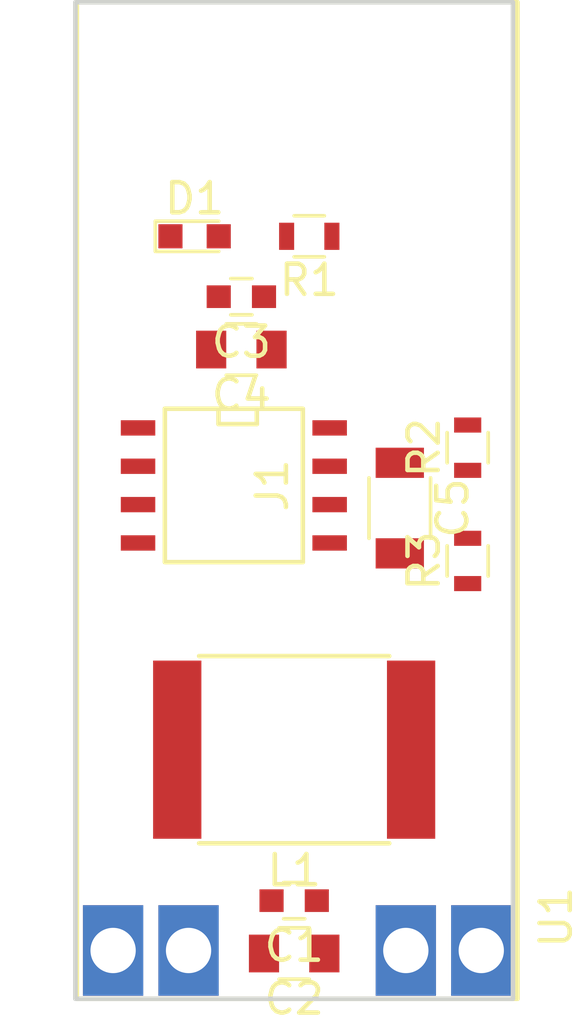
<source format=kicad_pcb>
(kicad_pcb (version 4) (host pcbnew 4.0.6)

  (general
    (links 23)
    (no_connects 23)
    (area 141.174999 88.674999 155.825001 121.825001)
    (thickness 1.6)
    (drawings 4)
    (tracks 0)
    (zones 0)
    (modules 12)
    (nets 10)
  )

  (page A4)
  (layers
    (0 F.Cu signal)
    (31 B.Cu signal)
    (32 B.Adhes user)
    (33 F.Adhes user)
    (34 B.Paste user)
    (35 F.Paste user)
    (36 B.SilkS user)
    (37 F.SilkS user)
    (38 B.Mask user)
    (39 F.Mask user)
    (40 Dwgs.User user)
    (41 Cmts.User user)
    (42 Eco1.User user)
    (43 Eco2.User user)
    (44 Edge.Cuts user)
    (45 Margin user)
    (46 B.CrtYd user)
    (47 F.CrtYd user)
    (48 B.Fab user)
    (49 F.Fab user)
  )

  (setup
    (last_trace_width 0.25)
    (trace_clearance 0.2)
    (zone_clearance 0.508)
    (zone_45_only no)
    (trace_min 0.2)
    (segment_width 0.2)
    (edge_width 0.15)
    (via_size 0.6)
    (via_drill 0.4)
    (via_min_size 0.4)
    (via_min_drill 0.3)
    (uvia_size 0.3)
    (uvia_drill 0.1)
    (uvias_allowed no)
    (uvia_min_size 0.2)
    (uvia_min_drill 0.1)
    (pcb_text_width 0.3)
    (pcb_text_size 1.5 1.5)
    (mod_edge_width 0.15)
    (mod_text_size 1 1)
    (mod_text_width 0.15)
    (pad_size 3 2)
    (pad_drill 1.5)
    (pad_to_mask_clearance 0.2)
    (aux_axis_origin 0 0)
    (visible_elements 7FFFFFFF)
    (pcbplotparams
      (layerselection 0x00030_80000001)
      (usegerberextensions false)
      (excludeedgelayer true)
      (linewidth 0.200000)
      (plotframeref false)
      (viasonmask false)
      (mode 1)
      (useauxorigin false)
      (hpglpennumber 1)
      (hpglpenspeed 20)
      (hpglpendiameter 15)
      (hpglpenoverlay 2)
      (psnegative false)
      (psa4output false)
      (plotreference true)
      (plotvalue true)
      (plotinvisibletext false)
      (padsonsilk false)
      (subtractmaskfromsilk false)
      (outputformat 1)
      (mirror false)
      (drillshape 1)
      (scaleselection 1)
      (outputdirectory ""))
  )

  (net 0 "")
  (net 1 VSS)
  (net 2 GND)
  (net 3 +5V)
  (net 4 "Net-(C5-Pad1)")
  (net 5 "Net-(C5-Pad2)")
  (net 6 "Net-(D1-Pad2)")
  (net 7 "Net-(J1-Pad6)")
  (net 8 "Net-(J1-Pad3)")
  (net 9 "Net-(J1-Pad1)")

  (net_class Default "This is the default net class."
    (clearance 0.2)
    (trace_width 0.25)
    (via_dia 0.6)
    (via_drill 0.4)
    (uvia_dia 0.3)
    (uvia_drill 0.1)
    (add_net +5V)
    (add_net GND)
    (add_net "Net-(C5-Pad1)")
    (add_net "Net-(C5-Pad2)")
    (add_net "Net-(D1-Pad2)")
    (add_net "Net-(J1-Pad1)")
    (add_net "Net-(J1-Pad3)")
    (add_net "Net-(J1-Pad6)")
    (add_net VSS)
  )

  (module Capacitors_SMD:C_0603 (layer F.Cu) (tedit 58AA844E) (tstamp 5939F93E)
    (at 148.5 118.5 180)
    (descr "Capacitor SMD 0603, reflow soldering, AVX (see smccp.pdf)")
    (tags "capacitor 0603")
    (path /5939F856)
    (attr smd)
    (fp_text reference C1 (at 0 -1.5 180) (layer F.SilkS)
      (effects (font (size 1 1) (thickness 0.15)))
    )
    (fp_text value C (at 0 1.5 180) (layer F.Fab)
      (effects (font (size 1 1) (thickness 0.15)))
    )
    (fp_text user %R (at 0 -1.5 180) (layer F.Fab)
      (effects (font (size 1 1) (thickness 0.15)))
    )
    (fp_line (start -0.8 0.4) (end -0.8 -0.4) (layer F.Fab) (width 0.1))
    (fp_line (start 0.8 0.4) (end -0.8 0.4) (layer F.Fab) (width 0.1))
    (fp_line (start 0.8 -0.4) (end 0.8 0.4) (layer F.Fab) (width 0.1))
    (fp_line (start -0.8 -0.4) (end 0.8 -0.4) (layer F.Fab) (width 0.1))
    (fp_line (start -0.35 -0.6) (end 0.35 -0.6) (layer F.SilkS) (width 0.12))
    (fp_line (start 0.35 0.6) (end -0.35 0.6) (layer F.SilkS) (width 0.12))
    (fp_line (start -1.4 -0.65) (end 1.4 -0.65) (layer F.CrtYd) (width 0.05))
    (fp_line (start -1.4 -0.65) (end -1.4 0.65) (layer F.CrtYd) (width 0.05))
    (fp_line (start 1.4 0.65) (end 1.4 -0.65) (layer F.CrtYd) (width 0.05))
    (fp_line (start 1.4 0.65) (end -1.4 0.65) (layer F.CrtYd) (width 0.05))
    (pad 1 smd rect (at -0.75 0 180) (size 0.8 0.75) (layers F.Cu F.Paste F.Mask)
      (net 1 VSS))
    (pad 2 smd rect (at 0.75 0 180) (size 0.8 0.75) (layers F.Cu F.Paste F.Mask)
      (net 2 GND))
    (model Capacitors_SMD.3dshapes/C_0603.wrl
      (at (xyz 0 0 0))
      (scale (xyz 1 1 1))
      (rotate (xyz 0 0 0))
    )
  )

  (module Capacitors_SMD:C_0805 (layer F.Cu) (tedit 58AA8463) (tstamp 5939F944)
    (at 148.5 120.25 180)
    (descr "Capacitor SMD 0805, reflow soldering, AVX (see smccp.pdf)")
    (tags "capacitor 0805")
    (path /5939F82A)
    (attr smd)
    (fp_text reference C2 (at 0 -1.5 180) (layer F.SilkS)
      (effects (font (size 1 1) (thickness 0.15)))
    )
    (fp_text value C (at 0 1.75 180) (layer F.Fab)
      (effects (font (size 1 1) (thickness 0.15)))
    )
    (fp_text user %R (at 0 -1.5 180) (layer F.Fab)
      (effects (font (size 1 1) (thickness 0.15)))
    )
    (fp_line (start -1 0.62) (end -1 -0.62) (layer F.Fab) (width 0.1))
    (fp_line (start 1 0.62) (end -1 0.62) (layer F.Fab) (width 0.1))
    (fp_line (start 1 -0.62) (end 1 0.62) (layer F.Fab) (width 0.1))
    (fp_line (start -1 -0.62) (end 1 -0.62) (layer F.Fab) (width 0.1))
    (fp_line (start 0.5 -0.85) (end -0.5 -0.85) (layer F.SilkS) (width 0.12))
    (fp_line (start -0.5 0.85) (end 0.5 0.85) (layer F.SilkS) (width 0.12))
    (fp_line (start -1.75 -0.88) (end 1.75 -0.88) (layer F.CrtYd) (width 0.05))
    (fp_line (start -1.75 -0.88) (end -1.75 0.87) (layer F.CrtYd) (width 0.05))
    (fp_line (start 1.75 0.87) (end 1.75 -0.88) (layer F.CrtYd) (width 0.05))
    (fp_line (start 1.75 0.87) (end -1.75 0.87) (layer F.CrtYd) (width 0.05))
    (pad 1 smd rect (at -1 0 180) (size 1 1.25) (layers F.Cu F.Paste F.Mask)
      (net 1 VSS))
    (pad 2 smd rect (at 1 0 180) (size 1 1.25) (layers F.Cu F.Paste F.Mask)
      (net 2 GND))
    (model Capacitors_SMD.3dshapes/C_0805.wrl
      (at (xyz 0 0 0))
      (scale (xyz 1 1 1))
      (rotate (xyz 0 0 0))
    )
  )

  (module Capacitors_SMD:C_0603 (layer F.Cu) (tedit 58AA844E) (tstamp 5939F94A)
    (at 146.75 98.5 180)
    (descr "Capacitor SMD 0603, reflow soldering, AVX (see smccp.pdf)")
    (tags "capacitor 0603")
    (path /5939F7C4)
    (attr smd)
    (fp_text reference C3 (at 0 -1.5 180) (layer F.SilkS)
      (effects (font (size 1 1) (thickness 0.15)))
    )
    (fp_text value C (at 0 1.5 180) (layer F.Fab)
      (effects (font (size 1 1) (thickness 0.15)))
    )
    (fp_text user %R (at 0 -1.5 180) (layer F.Fab)
      (effects (font (size 1 1) (thickness 0.15)))
    )
    (fp_line (start -0.8 0.4) (end -0.8 -0.4) (layer F.Fab) (width 0.1))
    (fp_line (start 0.8 0.4) (end -0.8 0.4) (layer F.Fab) (width 0.1))
    (fp_line (start 0.8 -0.4) (end 0.8 0.4) (layer F.Fab) (width 0.1))
    (fp_line (start -0.8 -0.4) (end 0.8 -0.4) (layer F.Fab) (width 0.1))
    (fp_line (start -0.35 -0.6) (end 0.35 -0.6) (layer F.SilkS) (width 0.12))
    (fp_line (start 0.35 0.6) (end -0.35 0.6) (layer F.SilkS) (width 0.12))
    (fp_line (start -1.4 -0.65) (end 1.4 -0.65) (layer F.CrtYd) (width 0.05))
    (fp_line (start -1.4 -0.65) (end -1.4 0.65) (layer F.CrtYd) (width 0.05))
    (fp_line (start 1.4 0.65) (end 1.4 -0.65) (layer F.CrtYd) (width 0.05))
    (fp_line (start 1.4 0.65) (end -1.4 0.65) (layer F.CrtYd) (width 0.05))
    (pad 1 smd rect (at -0.75 0 180) (size 0.8 0.75) (layers F.Cu F.Paste F.Mask)
      (net 3 +5V))
    (pad 2 smd rect (at 0.75 0 180) (size 0.8 0.75) (layers F.Cu F.Paste F.Mask)
      (net 2 GND))
    (model Capacitors_SMD.3dshapes/C_0603.wrl
      (at (xyz 0 0 0))
      (scale (xyz 1 1 1))
      (rotate (xyz 0 0 0))
    )
  )

  (module Capacitors_SMD:C_0805 (layer F.Cu) (tedit 58AA8463) (tstamp 5939F950)
    (at 146.75 100.25 180)
    (descr "Capacitor SMD 0805, reflow soldering, AVX (see smccp.pdf)")
    (tags "capacitor 0805")
    (path /5939F79B)
    (attr smd)
    (fp_text reference C4 (at 0 -1.5 180) (layer F.SilkS)
      (effects (font (size 1 1) (thickness 0.15)))
    )
    (fp_text value C (at 0 1.75 180) (layer F.Fab)
      (effects (font (size 1 1) (thickness 0.15)))
    )
    (fp_text user %R (at 0 -1.5 180) (layer F.Fab)
      (effects (font (size 1 1) (thickness 0.15)))
    )
    (fp_line (start -1 0.62) (end -1 -0.62) (layer F.Fab) (width 0.1))
    (fp_line (start 1 0.62) (end -1 0.62) (layer F.Fab) (width 0.1))
    (fp_line (start 1 -0.62) (end 1 0.62) (layer F.Fab) (width 0.1))
    (fp_line (start -1 -0.62) (end 1 -0.62) (layer F.Fab) (width 0.1))
    (fp_line (start 0.5 -0.85) (end -0.5 -0.85) (layer F.SilkS) (width 0.12))
    (fp_line (start -0.5 0.85) (end 0.5 0.85) (layer F.SilkS) (width 0.12))
    (fp_line (start -1.75 -0.88) (end 1.75 -0.88) (layer F.CrtYd) (width 0.05))
    (fp_line (start -1.75 -0.88) (end -1.75 0.87) (layer F.CrtYd) (width 0.05))
    (fp_line (start 1.75 0.87) (end 1.75 -0.88) (layer F.CrtYd) (width 0.05))
    (fp_line (start 1.75 0.87) (end -1.75 0.87) (layer F.CrtYd) (width 0.05))
    (pad 1 smd rect (at -1 0 180) (size 1 1.25) (layers F.Cu F.Paste F.Mask)
      (net 3 +5V))
    (pad 2 smd rect (at 1 0 180) (size 1 1.25) (layers F.Cu F.Paste F.Mask)
      (net 2 GND))
    (model Capacitors_SMD.3dshapes/C_0805.wrl
      (at (xyz 0 0 0))
      (scale (xyz 1 1 1))
      (rotate (xyz 0 0 0))
    )
  )

  (module Capacitors_SMD:C_1206 (layer F.Cu) (tedit 58AA84B8) (tstamp 5939F956)
    (at 152 105.5 270)
    (descr "Capacitor SMD 1206, reflow soldering, AVX (see smccp.pdf)")
    (tags "capacitor 1206")
    (path /5939F776)
    (attr smd)
    (fp_text reference C5 (at 0 -1.75 270) (layer F.SilkS)
      (effects (font (size 1 1) (thickness 0.15)))
    )
    (fp_text value C (at 0 2 270) (layer F.Fab)
      (effects (font (size 1 1) (thickness 0.15)))
    )
    (fp_text user %R (at 0 -1.75 270) (layer F.Fab)
      (effects (font (size 1 1) (thickness 0.15)))
    )
    (fp_line (start -1.6 0.8) (end -1.6 -0.8) (layer F.Fab) (width 0.1))
    (fp_line (start 1.6 0.8) (end -1.6 0.8) (layer F.Fab) (width 0.1))
    (fp_line (start 1.6 -0.8) (end 1.6 0.8) (layer F.Fab) (width 0.1))
    (fp_line (start -1.6 -0.8) (end 1.6 -0.8) (layer F.Fab) (width 0.1))
    (fp_line (start 1 -1.02) (end -1 -1.02) (layer F.SilkS) (width 0.12))
    (fp_line (start -1 1.02) (end 1 1.02) (layer F.SilkS) (width 0.12))
    (fp_line (start -2.25 -1.05) (end 2.25 -1.05) (layer F.CrtYd) (width 0.05))
    (fp_line (start -2.25 -1.05) (end -2.25 1.05) (layer F.CrtYd) (width 0.05))
    (fp_line (start 2.25 1.05) (end 2.25 -1.05) (layer F.CrtYd) (width 0.05))
    (fp_line (start 2.25 1.05) (end -2.25 1.05) (layer F.CrtYd) (width 0.05))
    (pad 1 smd rect (at -1.5 0 270) (size 1 1.6) (layers F.Cu F.Paste F.Mask)
      (net 4 "Net-(C5-Pad1)"))
    (pad 2 smd rect (at 1.5 0 270) (size 1 1.6) (layers F.Cu F.Paste F.Mask)
      (net 5 "Net-(C5-Pad2)"))
    (model Capacitors_SMD.3dshapes/C_1206.wrl
      (at (xyz 0 0 0))
      (scale (xyz 1 1 1))
      (rotate (xyz 0 0 0))
    )
  )

  (module LEDs:LED_0603 (layer F.Cu) (tedit 57FE93A5) (tstamp 5939F95C)
    (at 145.2 96.5)
    (descr "LED 0603 smd package")
    (tags "LED led 0603 SMD smd SMT smt smdled SMDLED smtled SMTLED")
    (path /5939F7EC)
    (attr smd)
    (fp_text reference D1 (at 0 -1.25) (layer F.SilkS)
      (effects (font (size 1 1) (thickness 0.15)))
    )
    (fp_text value LED (at 0 1.35) (layer F.Fab)
      (effects (font (size 1 1) (thickness 0.15)))
    )
    (fp_line (start -1.3 -0.5) (end -1.3 0.5) (layer F.SilkS) (width 0.12))
    (fp_line (start -0.2 -0.2) (end -0.2 0.2) (layer F.Fab) (width 0.1))
    (fp_line (start -0.15 0) (end 0.15 -0.2) (layer F.Fab) (width 0.1))
    (fp_line (start 0.15 0.2) (end -0.15 0) (layer F.Fab) (width 0.1))
    (fp_line (start 0.15 -0.2) (end 0.15 0.2) (layer F.Fab) (width 0.1))
    (fp_line (start 0.8 0.4) (end -0.8 0.4) (layer F.Fab) (width 0.1))
    (fp_line (start 0.8 -0.4) (end 0.8 0.4) (layer F.Fab) (width 0.1))
    (fp_line (start -0.8 -0.4) (end 0.8 -0.4) (layer F.Fab) (width 0.1))
    (fp_line (start -0.8 0.4) (end -0.8 -0.4) (layer F.Fab) (width 0.1))
    (fp_line (start -1.3 0.5) (end 0.8 0.5) (layer F.SilkS) (width 0.12))
    (fp_line (start -1.3 -0.5) (end 0.8 -0.5) (layer F.SilkS) (width 0.12))
    (fp_line (start 1.45 -0.65) (end 1.45 0.65) (layer F.CrtYd) (width 0.05))
    (fp_line (start 1.45 0.65) (end -1.45 0.65) (layer F.CrtYd) (width 0.05))
    (fp_line (start -1.45 0.65) (end -1.45 -0.65) (layer F.CrtYd) (width 0.05))
    (fp_line (start -1.45 -0.65) (end 1.45 -0.65) (layer F.CrtYd) (width 0.05))
    (pad 2 smd rect (at 0.8 0 180) (size 0.8 0.8) (layers F.Cu F.Paste F.Mask)
      (net 6 "Net-(D1-Pad2)"))
    (pad 1 smd rect (at -0.8 0 180) (size 0.8 0.8) (layers F.Cu F.Paste F.Mask)
      (net 2 GND))
    (model LEDs.3dshapes/LED_0603.wrl
      (at (xyz 0 0 0))
      (scale (xyz 1 1 1))
      (rotate (xyz 0 0 180))
    )
  )

  (module SMD_Packages:SOIC-8-N (layer F.Cu) (tedit 0) (tstamp 5939F968)
    (at 146.5011 104.75 270)
    (descr "Module Narrow CMS SOJ 8 pins large")
    (tags "CMS SOJ")
    (path /5939F6E8)
    (attr smd)
    (fp_text reference J1 (at 0 -1.27 270) (layer F.SilkS)
      (effects (font (size 1 1) (thickness 0.15)))
    )
    (fp_text value G2116 (at 0 1.27 270) (layer F.Fab)
      (effects (font (size 1 1) (thickness 0.15)))
    )
    (fp_line (start -2.54 -2.286) (end 2.54 -2.286) (layer F.SilkS) (width 0.15))
    (fp_line (start 2.54 -2.286) (end 2.54 2.286) (layer F.SilkS) (width 0.15))
    (fp_line (start 2.54 2.286) (end -2.54 2.286) (layer F.SilkS) (width 0.15))
    (fp_line (start -2.54 2.286) (end -2.54 -2.286) (layer F.SilkS) (width 0.15))
    (fp_line (start -2.54 -0.762) (end -2.032 -0.762) (layer F.SilkS) (width 0.15))
    (fp_line (start -2.032 -0.762) (end -2.032 0.508) (layer F.SilkS) (width 0.15))
    (fp_line (start -2.032 0.508) (end -2.54 0.508) (layer F.SilkS) (width 0.15))
    (pad 8 smd rect (at -1.905 -3.175 270) (size 0.508 1.143) (layers F.Cu F.Paste F.Mask)
      (net 4 "Net-(C5-Pad1)"))
    (pad 7 smd rect (at -0.635 -3.175 270) (size 0.508 1.143) (layers F.Cu F.Paste F.Mask)
      (net 4 "Net-(C5-Pad1)"))
    (pad 6 smd rect (at 0.635 -3.175 270) (size 0.508 1.143) (layers F.Cu F.Paste F.Mask)
      (net 7 "Net-(J1-Pad6)"))
    (pad 5 smd rect (at 1.905 -3.175 270) (size 0.508 1.143) (layers F.Cu F.Paste F.Mask)
      (net 5 "Net-(C5-Pad2)"))
    (pad 4 smd rect (at 1.905 3.175 270) (size 0.508 1.143) (layers F.Cu F.Paste F.Mask)
      (net 8 "Net-(J1-Pad3)"))
    (pad 3 smd rect (at 0.635 3.175 270) (size 0.508 1.143) (layers F.Cu F.Paste F.Mask)
      (net 8 "Net-(J1-Pad3)"))
    (pad 2 smd rect (at -0.635 3.175 270) (size 0.508 1.143) (layers F.Cu F.Paste F.Mask)
      (net 9 "Net-(J1-Pad1)"))
    (pad 1 smd rect (at -1.905 3.175 270) (size 0.508 1.143) (layers F.Cu F.Paste F.Mask)
      (net 9 "Net-(J1-Pad1)"))
    (model SMD_Packages.3dshapes/SOIC-8-N.wrl
      (at (xyz 0 0 0))
      (scale (xyz 0.5 0.38 0.5))
      (rotate (xyz 0 0 0))
    )
  )

  (module Resistors_SMD:R_0603 (layer F.Cu) (tedit 58E0A804) (tstamp 5939F974)
    (at 149 96.5 180)
    (descr "Resistor SMD 0603, reflow soldering, Vishay (see dcrcw.pdf)")
    (tags "resistor 0603")
    (path /5939F8F1)
    (attr smd)
    (fp_text reference R1 (at 0 -1.45 180) (layer F.SilkS)
      (effects (font (size 1 1) (thickness 0.15)))
    )
    (fp_text value R (at 0 1.5 180) (layer F.Fab)
      (effects (font (size 1 1) (thickness 0.15)))
    )
    (fp_text user %R (at 0 0 180) (layer F.Fab)
      (effects (font (size 0.5 0.5) (thickness 0.075)))
    )
    (fp_line (start -0.8 0.4) (end -0.8 -0.4) (layer F.Fab) (width 0.1))
    (fp_line (start 0.8 0.4) (end -0.8 0.4) (layer F.Fab) (width 0.1))
    (fp_line (start 0.8 -0.4) (end 0.8 0.4) (layer F.Fab) (width 0.1))
    (fp_line (start -0.8 -0.4) (end 0.8 -0.4) (layer F.Fab) (width 0.1))
    (fp_line (start 0.5 0.68) (end -0.5 0.68) (layer F.SilkS) (width 0.12))
    (fp_line (start -0.5 -0.68) (end 0.5 -0.68) (layer F.SilkS) (width 0.12))
    (fp_line (start -1.25 -0.7) (end 1.25 -0.7) (layer F.CrtYd) (width 0.05))
    (fp_line (start -1.25 -0.7) (end -1.25 0.7) (layer F.CrtYd) (width 0.05))
    (fp_line (start 1.25 0.7) (end 1.25 -0.7) (layer F.CrtYd) (width 0.05))
    (fp_line (start 1.25 0.7) (end -1.25 0.7) (layer F.CrtYd) (width 0.05))
    (pad 1 smd rect (at -0.75 0 180) (size 0.5 0.9) (layers F.Cu F.Paste F.Mask)
      (net 3 +5V))
    (pad 2 smd rect (at 0.75 0 180) (size 0.5 0.9) (layers F.Cu F.Paste F.Mask)
      (net 6 "Net-(D1-Pad2)"))
    (model ${KISYS3DMOD}/Resistors_SMD.3dshapes/R_0603.wrl
      (at (xyz 0 0 0))
      (scale (xyz 1 1 1))
      (rotate (xyz 0 0 0))
    )
  )

  (module Resistors_SMD:R_0603 (layer F.Cu) (tedit 58E0A804) (tstamp 5939F97A)
    (at 154.25 103.5 90)
    (descr "Resistor SMD 0603, reflow soldering, Vishay (see dcrcw.pdf)")
    (tags "resistor 0603")
    (path /5939FA99)
    (attr smd)
    (fp_text reference R2 (at 0 -1.45 90) (layer F.SilkS)
      (effects (font (size 1 1) (thickness 0.15)))
    )
    (fp_text value R (at 0 1.5 90) (layer F.Fab)
      (effects (font (size 1 1) (thickness 0.15)))
    )
    (fp_text user %R (at 0 0 90) (layer F.Fab)
      (effects (font (size 0.5 0.5) (thickness 0.075)))
    )
    (fp_line (start -0.8 0.4) (end -0.8 -0.4) (layer F.Fab) (width 0.1))
    (fp_line (start 0.8 0.4) (end -0.8 0.4) (layer F.Fab) (width 0.1))
    (fp_line (start 0.8 -0.4) (end 0.8 0.4) (layer F.Fab) (width 0.1))
    (fp_line (start -0.8 -0.4) (end 0.8 -0.4) (layer F.Fab) (width 0.1))
    (fp_line (start 0.5 0.68) (end -0.5 0.68) (layer F.SilkS) (width 0.12))
    (fp_line (start -0.5 -0.68) (end 0.5 -0.68) (layer F.SilkS) (width 0.12))
    (fp_line (start -1.25 -0.7) (end 1.25 -0.7) (layer F.CrtYd) (width 0.05))
    (fp_line (start -1.25 -0.7) (end -1.25 0.7) (layer F.CrtYd) (width 0.05))
    (fp_line (start 1.25 0.7) (end 1.25 -0.7) (layer F.CrtYd) (width 0.05))
    (fp_line (start 1.25 0.7) (end -1.25 0.7) (layer F.CrtYd) (width 0.05))
    (pad 1 smd rect (at -0.75 0 90) (size 0.5 0.9) (layers F.Cu F.Paste F.Mask)
      (net 7 "Net-(J1-Pad6)"))
    (pad 2 smd rect (at 0.75 0 90) (size 0.5 0.9) (layers F.Cu F.Paste F.Mask)
      (net 3 +5V))
    (model ${KISYS3DMOD}/Resistors_SMD.3dshapes/R_0603.wrl
      (at (xyz 0 0 0))
      (scale (xyz 1 1 1))
      (rotate (xyz 0 0 0))
    )
  )

  (module Resistors_SMD:R_0603 (layer F.Cu) (tedit 58E0A804) (tstamp 5939F980)
    (at 154.25 107.25 90)
    (descr "Resistor SMD 0603, reflow soldering, Vishay (see dcrcw.pdf)")
    (tags "resistor 0603")
    (path /5939FA52)
    (attr smd)
    (fp_text reference R3 (at 0 -1.45 90) (layer F.SilkS)
      (effects (font (size 1 1) (thickness 0.15)))
    )
    (fp_text value R (at 0 1.5 90) (layer F.Fab)
      (effects (font (size 1 1) (thickness 0.15)))
    )
    (fp_text user %R (at 0 0 90) (layer F.Fab)
      (effects (font (size 0.5 0.5) (thickness 0.075)))
    )
    (fp_line (start -0.8 0.4) (end -0.8 -0.4) (layer F.Fab) (width 0.1))
    (fp_line (start 0.8 0.4) (end -0.8 0.4) (layer F.Fab) (width 0.1))
    (fp_line (start 0.8 -0.4) (end 0.8 0.4) (layer F.Fab) (width 0.1))
    (fp_line (start -0.8 -0.4) (end 0.8 -0.4) (layer F.Fab) (width 0.1))
    (fp_line (start 0.5 0.68) (end -0.5 0.68) (layer F.SilkS) (width 0.12))
    (fp_line (start -0.5 -0.68) (end 0.5 -0.68) (layer F.SilkS) (width 0.12))
    (fp_line (start -1.25 -0.7) (end 1.25 -0.7) (layer F.CrtYd) (width 0.05))
    (fp_line (start -1.25 -0.7) (end -1.25 0.7) (layer F.CrtYd) (width 0.05))
    (fp_line (start 1.25 0.7) (end 1.25 -0.7) (layer F.CrtYd) (width 0.05))
    (fp_line (start 1.25 0.7) (end -1.25 0.7) (layer F.CrtYd) (width 0.05))
    (pad 1 smd rect (at -0.75 0 90) (size 0.5 0.9) (layers F.Cu F.Paste F.Mask)
      (net 2 GND))
    (pad 2 smd rect (at 0.75 0 90) (size 0.5 0.9) (layers F.Cu F.Paste F.Mask)
      (net 7 "Net-(J1-Pad6)"))
    (model ${KISYS3DMOD}/Resistors_SMD.3dshapes/R_0603.wrl
      (at (xyz 0 0 0))
      (scale (xyz 1 1 1))
      (rotate (xyz 0 0 0))
    )
  )

  (module dcdc_breakout:INDUCTOR (layer F.Cu) (tedit 574C3AE3) (tstamp 593A00DC)
    (at 148.5 113.5 180)
    (descr "Inductor, Taiyo Yuden, NR series, Taiyo-Yuden_NR-60xx, 6.0mmx6.0mm")
    (tags "inductor taiyo-yuden nr smd")
    (path /5939F6BB)
    (attr smd)
    (fp_text reference L1 (at 0 -4 180) (layer F.SilkS)
      (effects (font (size 1 1) (thickness 0.15)))
    )
    (fp_text value L_Core_Ferrite (at 0 4.5 180) (layer F.Fab)
      (effects (font (size 1 1) (thickness 0.15)))
    )
    (fp_line (start -3 0) (end -3 -2) (layer F.Fab) (width 0.15))
    (fp_line (start -3 -2) (end -2 -3) (layer F.Fab) (width 0.15))
    (fp_line (start -2 -3) (end 0 -3) (layer F.Fab) (width 0.15))
    (fp_line (start 3 0) (end 3 -2) (layer F.Fab) (width 0.15))
    (fp_line (start 3 -2) (end 2 -3) (layer F.Fab) (width 0.15))
    (fp_line (start 2 -3) (end 0 -3) (layer F.Fab) (width 0.15))
    (fp_line (start 3 0) (end 3 2) (layer F.Fab) (width 0.15))
    (fp_line (start 3 2) (end 2 3) (layer F.Fab) (width 0.15))
    (fp_line (start 2 3) (end 0 3) (layer F.Fab) (width 0.15))
    (fp_line (start -3 0) (end -3 2) (layer F.Fab) (width 0.15))
    (fp_line (start -3 2) (end -2 3) (layer F.Fab) (width 0.15))
    (fp_line (start -2 3) (end 0 3) (layer F.Fab) (width 0.15))
    (fp_line (start -3.15 -3.1) (end 3.15 -3.1) (layer F.SilkS) (width 0.15))
    (fp_line (start -3.15 3.1) (end 3.15 3.1) (layer F.SilkS) (width 0.15))
    (fp_line (start -3.45 -3.25) (end -3.45 3.25) (layer F.CrtYd) (width 0.05))
    (fp_line (start -3.45 3.25) (end 3.45 3.25) (layer F.CrtYd) (width 0.05))
    (fp_line (start 3.45 3.25) (end 3.45 -3.25) (layer F.CrtYd) (width 0.05))
    (fp_line (start 3.45 -3.25) (end -3.45 -3.25) (layer F.CrtYd) (width 0.05))
    (pad 1 smd rect (at -3.875 0 180) (size 1.6 5.9) (layers F.Cu F.Paste F.Mask)
      (net 1 VSS))
    (pad 2 smd rect (at 3.875 0 180) (size 1.6 5.9) (layers F.Cu F.Paste F.Mask)
      (net 9 "Net-(J1-Pad1)"))
    (model Inductors.3dshapes/Inductor_Taiyo-Yuden_NR-60xx.wrl
      (at (xyz 0 0 0))
      (scale (xyz 1 1 1))
      (rotate (xyz 0 0 0))
    )
  )

  (module dcdc_breakout:DC-DC-BREAKOUT (layer F.Cu) (tedit 593A0579) (tstamp 593A0574)
    (at 148.6 105.25 90)
    (path /5939F63C)
    (fp_text reference U1 (at -13.8 8.575 90) (layer F.SilkS)
      (effects (font (size 1 1) (thickness 0.15)))
    )
    (fp_text value DC_DC_BREAKOUT (at -9 -9 90) (layer F.Fab)
      (effects (font (size 1 1) (thickness 0.15)))
    )
    (fp_line (start 16.5 -7.3) (end -16.5 -7.3) (layer F.SilkS) (width 0.15))
    (fp_line (start 16.5 7.3) (end 16.5 -7.3) (layer F.SilkS) (width 0.15))
    (fp_line (start -16.5 7.3) (end 16.5 7.3) (layer F.SilkS) (width 0.15))
    (fp_line (start -16.5 -7.3) (end -16.5 7.3) (layer F.SilkS) (width 0.15))
    (pad 1 thru_hole rect (at -14.9 -3.6 90) (size 3 2) (drill 1.5) (layers *.Cu *.Mask)
      (net 2 GND))
    (pad 1 thru_hole rect (at -14.9 -6.1 90) (size 3 2) (drill 1.5) (layers *.Cu *.Mask)
      (net 2 GND))
    (pad 2 thru_hole rect (at -14.9 6.1 90) (size 3 2) (drill 1.5) (layers *.Cu *.Mask)
      (net 1 VSS))
    (pad 2 thru_hole rect (at -14.9 3.6 90) (size 3 2) (drill 1.5) (layers *.Cu *.Mask)
      (net 1 VSS))
  )

  (gr_line (start 141.25 121.75) (end 141.25 88.75) (layer Edge.Cuts) (width 0.15))
  (gr_line (start 155.75 121.75) (end 141.25 121.75) (layer Edge.Cuts) (width 0.15))
  (gr_line (start 155.75 88.75) (end 155.75 121.75) (layer Edge.Cuts) (width 0.15))
  (gr_line (start 141.25 88.75) (end 155.75 88.75) (layer Edge.Cuts) (width 0.15))

)

</source>
